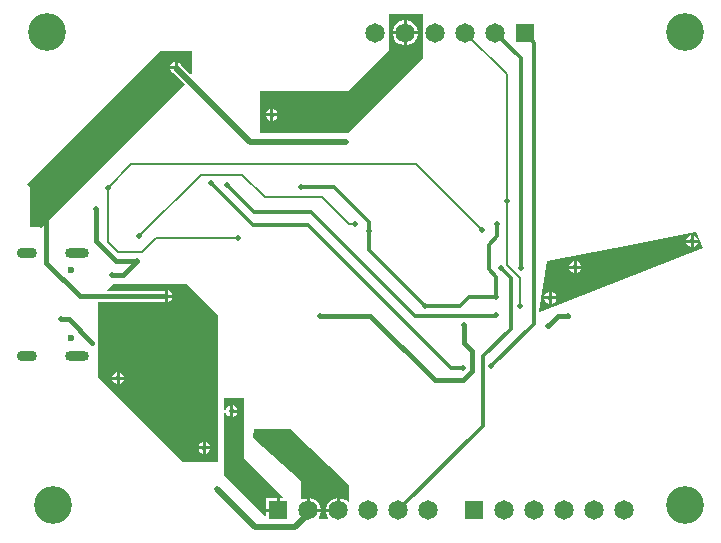
<source format=gbl>
%FSTAX23Y23*%
%MOIN*%
%SFA1B1*%

%IPPOS*%
%ADD10C,0.007874*%
%ADD77C,0.015748*%
%ADD78C,0.011811*%
%ADD79C,0.019685*%
%ADD80R,0.064960X0.064960*%
%ADD81C,0.064960*%
%ADD82O,0.066929X0.035433*%
%ADD83O,0.078740X0.035433*%
%ADD84C,0.023622*%
%ADD85C,0.125984*%
%ADD86C,0.019685*%
%LNBottom-1*%
%LPD*%
G36*
X00599Y01573D02*
X00595Y01571D01*
X00565Y01601*
X00564Y01605*
X00558Y01611*
X00552Y01613*
Y01594*
X00547*
Y01589*
X00527*
X0053Y01583*
X00536Y01577*
X00539Y01576*
X00577Y01538*
X00098Y01059*
X00095Y01062*
X00059*
Y01196*
X0005Y01205*
X00495Y0165*
X00599*
Y01573*
G37*
G36*
X01369Y01625D02*
X01122Y01377D01*
X00826*
Y01515*
X01122*
X01257Y01651*
Y01771*
X01369*
Y01625*
G37*
G36*
X00688Y00767D02*
Y00279D01*
X0057*
X00287Y00562*
Y00672*
X00287Y00673*
Y00681*
X00287Y00681*
Y00813*
X00507*
X0051Y00812*
Y00832*
Y00851*
X00507Y0085*
X0032*
X00318Y00853*
X00338Y00874*
X00582*
X00688Y00767*
G37*
G36*
X02305Y00994D02*
X02304Y00991D01*
X0176Y0078*
X01757Y00783*
X01783Y00948*
X02011Y00992*
X02281Y01045*
X02305Y00994*
G37*
G36*
X00774Y00292D02*
X00902Y00164D01*
X00901Y0016*
X00893*
Y00118*
X00888*
Y00113*
X00846*
Y00099*
X00842Y00098*
X00708Y00232*
Y00444*
X00712Y00444*
X00715Y00437*
X00721Y00431*
X00727Y00429*
Y00448*
Y00468*
X00721Y00465*
X00715Y0046*
X00712Y00452*
X00708Y00453*
Y00494*
X00774*
Y00292*
G37*
G36*
X01125Y00204D02*
Y00146D01*
X01122Y00145*
X01115Y00152*
X01105Y00157*
X01094Y0016*
X01093*
Y00118*
X01088*
Y00113*
X01046*
Y00112*
X01049Y00101*
X01053Y00094*
X01051Y0009*
X01026*
X01024Y00094*
X01028Y00101*
X01031Y00112*
Y00113*
X00988*
Y00118*
X00983*
Y0016*
X00983*
X00972Y00157*
X00967Y00155*
X00964Y00157*
Y00216*
X00804Y0036*
X00808Y00389*
X00928*
X01125Y00204*
G37*
%LNBottom-2*%
%LPC*%
G36*
X00542Y01613D02*
X00536Y01611D01*
X0053Y01605*
X00527Y01599*
X00542*
Y01613*
G37*
G36*
X01317Y01753D02*
X01316D01*
Y01715*
X01354*
Y01716*
X01351Y01727*
X01345Y01736*
X01337Y01744*
X01328Y0175*
X01317Y01753*
G37*
G36*
X01306D02*
X01306D01*
X01295Y0175*
X01285Y01744*
X01277Y01736*
X01272Y01727*
X01269Y01716*
Y01715*
X01306*
Y01753*
G37*
G36*
X01354Y01705D02*
X01316D01*
Y01668*
X01317*
X01328Y01671*
X01337Y01676*
X01345Y01684*
X01351Y01694*
X01354Y01705*
Y01705*
G37*
G36*
X01306D02*
X01269D01*
Y01705*
X01272Y01694*
X01277Y01684*
X01285Y01676*
X01295Y01671*
X01306Y01668*
X01306*
Y01705*
G37*
G36*
X00871Y01456D02*
Y01442D01*
X00885*
X00882Y01448*
X00877Y01453*
X00871Y01456*
G37*
G36*
X00861D02*
X00854Y01453D01*
X00849Y01448*
X00846Y01442*
X00861*
Y01456*
G37*
G36*
X00885Y01432D02*
X00871D01*
Y01417*
X00877Y0142*
X00882Y01425*
X00885Y01432*
G37*
G36*
X00861D02*
X00846D01*
X00849Y01425*
X00854Y0142*
X00861Y01417*
Y01432*
G37*
G36*
X0052Y00851D02*
Y00837D01*
X00534*
X00532Y00843*
X00526Y00848*
X0052Y00851*
G37*
G36*
X00534Y00827D02*
X0052D01*
Y00812*
X00526Y00815*
X00532Y0082*
X00534Y00827*
G37*
G36*
X00359Y00578D02*
Y00564D01*
X00373*
X00371Y0057*
X00365Y00575*
X00359Y00578*
G37*
G36*
X00349D02*
X00343Y00575D01*
X00337Y0057*
X00334Y00564*
X00349*
Y00578*
G37*
G36*
X00373Y00554D02*
X00359D01*
Y00539*
X00365Y00542*
X00371Y00547*
X00373Y00554*
G37*
G36*
X00349D02*
X00334D01*
X00337Y00547*
X00343Y00542*
X00349Y00539*
Y00554*
G37*
G36*
X00646Y00346D02*
Y00331D01*
X00661*
X00658Y00338*
X00652Y00343*
X00646Y00346*
G37*
G36*
X00636D02*
X0063Y00343D01*
X00624Y00338*
X00622Y00331*
X00636*
Y00346*
G37*
G36*
X00661Y00321D02*
X00646D01*
Y00307*
X00652Y00309*
X00658Y00315*
X00661Y00321*
G37*
G36*
X00636D02*
X00622D01*
X00624Y00315*
X0063Y00309*
X00636Y00307*
Y00321*
G37*
G36*
X02272Y01035D02*
Y0102D01*
X02287*
X02284Y01026*
X02278Y01032*
X02272Y01035*
G37*
G36*
X02262D02*
X02256Y01032D01*
X0225Y01026*
X02248Y0102*
X02262*
Y01035*
G37*
G36*
X02287Y0101D02*
X02272D01*
Y00996*
X02278Y00998*
X02284Y01004*
X02287Y0101*
G37*
G36*
X02262D02*
X02248D01*
X0225Y01004*
X02256Y00998*
X02262Y00996*
Y0101*
G37*
G36*
X01882Y00948D02*
Y00934D01*
X01897*
X01894Y0094*
X01889Y00945*
X01882Y00948*
G37*
G36*
X01872D02*
X01866Y00945D01*
X01861Y0094*
X01858Y00934*
X01872*
Y00948*
G37*
G36*
X01897Y00924D02*
X01882D01*
Y00909*
X01889Y00912*
X01894Y00917*
X01897Y00924*
G37*
G36*
X01872D02*
X01858D01*
X01861Y00917*
X01866Y00912*
X01872Y00909*
Y00924*
G37*
G36*
X018Y00846D02*
Y00831D01*
X01814*
X01812Y00838*
X01806Y00843*
X018Y00846*
G37*
G36*
X0179D02*
X01784Y00843D01*
X01778Y00838*
X01775Y00831*
X0179*
Y00846*
G37*
G36*
X01814Y00821D02*
X018D01*
Y00807*
X01806Y00809*
X01812Y00815*
X01814Y00821*
G37*
G36*
X0179D02*
X01775D01*
X01778Y00815*
X01784Y00809*
X0179Y00807*
Y00821*
G37*
G36*
X00737Y00468D02*
Y00453D01*
X00751*
X00749Y0046*
X00743Y00465*
X00737Y00468*
G37*
G36*
X00751Y00443D02*
X00737D01*
Y00429*
X00743Y00431*
X00749Y00437*
X00751Y00443*
G37*
G36*
X00883Y0016D02*
X00846D01*
Y00123*
X00883*
Y0016*
G37*
G36*
X01083D02*
X01083D01*
X01072Y00157*
X01062Y00152*
X01054Y00144*
X01049Y00134*
X01046Y00123*
Y00123*
X01083*
Y0016*
G37*
G36*
X00994D02*
X00993D01*
Y00123*
X01031*
Y00123*
X01028Y00134*
X01022Y00144*
X01015Y00152*
X01005Y00157*
X00994Y0016*
G37*
%LNBottom-3*%
%LPD*%
G54D10*
X01511Y0171D02*
X01649Y01572D01*
Y01149D02*
Y01572D01*
Y00937D02*
Y01149D01*
X01692Y00799D02*
Y00893D01*
X01649Y00937D02*
X01692Y00893D01*
X01346Y01271D02*
X01566Y01051D01*
X00397Y01271D02*
X01346D01*
X0032Y01194D02*
X00397Y01271D01*
X0032Y01013D02*
Y01194D01*
Y01013D02*
X00354Y0098D01*
X00433*
X0048Y01027*
X00755*
X01122Y01074D02*
X01145D01*
X01035Y01161D02*
X01122Y01074D01*
X00842Y01161D02*
X01035D01*
X00767Y01236D02*
X00842Y01161D01*
X00629Y01236D02*
X00767D01*
X00425Y01031D02*
X00629Y01236D01*
G54D77*
X01853Y00766D02*
X01854Y00767D01*
X01821Y00766D02*
X01853D01*
X01787Y00733D02*
X01821Y00766D01*
X00114Y00944D02*
Y01163D01*
X00116Y01165*
X00166Y00755D02*
X00189D01*
X00267Y00677*
X00165Y00755D02*
X00166Y00755D01*
X00114Y00944D02*
X00226Y00832D01*
X00279Y01015D02*
Y01122D01*
Y01015D02*
X00346Y00948D01*
X00417*
X00226Y00832D02*
X00515D01*
X0037Y00901D02*
X00417Y00948D01*
X00334Y00901D02*
X0037D01*
X01194Y00766D02*
X01409Y00551D01*
X01026Y00766D02*
X01194D01*
X01409Y00551D02*
X01503D01*
X01535Y00582*
Y00649*
X01507Y00677D02*
Y00736D01*
Y00677D02*
X01535Y00649D01*
G54D78*
X01611Y0171D02*
X01696Y01625D01*
Y00925D02*
Y01625D01*
X0159Y01003D02*
X01618Y01031D01*
Y01074*
X0159Y00921D02*
X01614Y00897D01*
X0159Y00921D02*
Y01003D01*
X01614Y00829D02*
Y00897D01*
X01738Y01678D02*
Y01684D01*
X0174Y0074D02*
Y01677D01*
X01598Y00598D02*
X0174Y0074D01*
X01711Y0171D02*
X01738Y01684D01*
Y01678D02*
X0174Y01677D01*
X01571Y004D02*
Y00631D01*
X01288Y00118D02*
X01571Y004D01*
Y00631D02*
X01662Y00722D01*
X01629Y00925D02*
X01662Y00892D01*
Y00722D02*
Y00892D01*
X01614Y00767D02*
X01615Y00768D01*
X01342Y00767D02*
X01614D01*
X01523Y0083D02*
X01613D01*
X01614Y00829*
X01492Y00799D02*
X01523Y0083D01*
X00964Y01196D02*
X01074D01*
X01191Y01048D02*
Y01079D01*
X01074Y01196D02*
X01191Y01079D01*
Y00985D02*
Y01048D01*
Y00985D02*
X01377Y00799D01*
X01464Y00594D02*
X01503D01*
X00988Y0107D02*
X01464Y00594D01*
X00803Y0107D02*
X00988D01*
X00665Y01208D02*
X00803Y0107D01*
X00716Y01204D02*
X00807Y01114D01*
X00996*
X01342Y00767*
X01377Y00799D02*
X01492D01*
G54D79*
X00944Y00062D02*
X00988Y00107D01*
Y00118*
X00811Y00062D02*
X00944D01*
X00685Y00188D02*
X00811Y00062D01*
X00547Y01594D02*
X00795Y01345D01*
X01114*
G54D80*
X00888Y00118D03*
X01539D03*
X01711Y0171D03*
G54D81*
X00988Y00118D03*
X01088D03*
X01188D03*
X01288D03*
X01388D03*
X01639D03*
X01739D03*
X01839D03*
X01939D03*
X02039D03*
X01611Y0171D03*
X01511D03*
X01411D03*
X01311D03*
X01211D03*
G54D82*
X00051Y00634D03*
Y00975D03*
G54D83*
X00216Y00634D03*
Y00975D03*
G54D84*
X00196Y00691D03*
Y00918D03*
G54D85*
X02244Y01712D03*
Y00137D03*
X00118Y01712D03*
X00137Y00137D03*
G54D86*
X01854Y00767D03*
X01795Y00826D03*
X01877Y00929D03*
X01692Y00799D03*
X01618Y01074D03*
X01649Y01149D03*
X01629Y00925D03*
X01615Y00768D03*
X01614Y00829D03*
X00866Y01437D03*
X00267Y00677D03*
X00685Y00188D03*
X00165Y00755D03*
X01114Y01345D03*
X00515Y00832D03*
X00547Y01594D03*
X00641Y00326D03*
X00354Y00559D03*
X00279Y01122D03*
X00334Y00901D03*
X00417Y00948D03*
X00964Y01196D03*
X01191Y01048D03*
X01026Y00766D03*
X01507Y00736D03*
X01566Y01051D03*
X00755Y01027D03*
X0032Y01194D03*
X00425Y01031D03*
X01145Y01074D03*
X00665Y01208D03*
X01503Y00594D03*
X00716Y01204D03*
X01377Y00799D03*
X02267Y01015D03*
X01787Y00733D03*
X00732Y00448D03*
X01598Y00598D03*
X01696Y00925D03*
M02*
</source>
